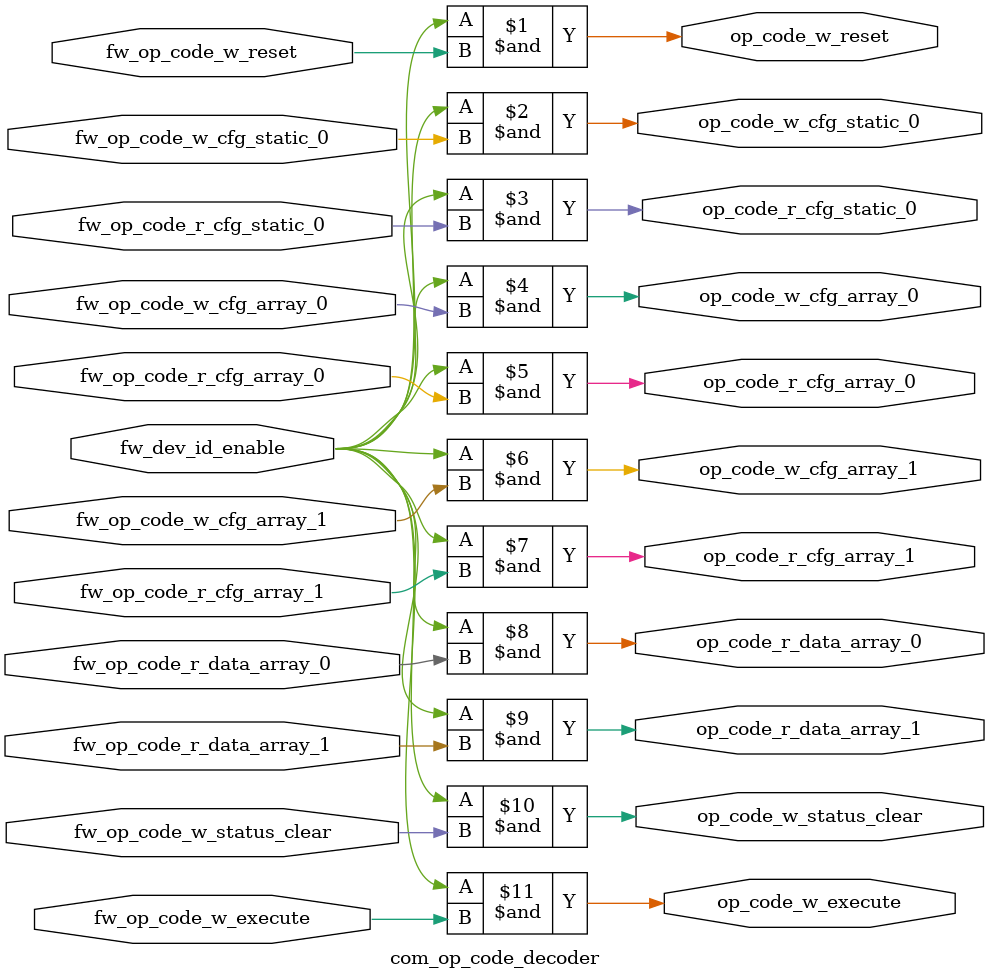
<source format=sv>
`ifndef __com_op_code_decoder__
`define __com_op_code_decoder__

`timescale 1 ns/ 1 ps

module com_op_code_decoder (
    input  logic fw_dev_id_enable,
    input  logic fw_op_code_w_reset,
    input  logic fw_op_code_w_cfg_static_0,
    input  logic fw_op_code_r_cfg_static_0,
    input  logic fw_op_code_w_cfg_array_0,
    input  logic fw_op_code_r_cfg_array_0,
    input  logic fw_op_code_w_cfg_array_1,
    input  logic fw_op_code_r_cfg_array_1,
    input  logic fw_op_code_r_data_array_0,
    input  logic fw_op_code_r_data_array_1,
    input  logic fw_op_code_w_status_clear,
    input  logic fw_op_code_w_execute,
    //
    output logic op_code_w_reset,
    output logic op_code_w_cfg_static_0,
    output logic op_code_r_cfg_static_0,
    output logic op_code_w_cfg_array_0,
    output logic op_code_r_cfg_array_0,
    output logic op_code_w_cfg_array_1,
    output logic op_code_r_cfg_array_1,
    output logic op_code_r_data_array_0,
    output logic op_code_r_data_array_1,
    output logic op_code_w_status_clear,
    output logic op_code_w_execute
  );

  assign op_code_w_reset          = fw_dev_id_enable & fw_op_code_w_reset;
  assign op_code_w_cfg_static_0   = fw_dev_id_enable & fw_op_code_w_cfg_static_0;
  assign op_code_r_cfg_static_0   = fw_dev_id_enable & fw_op_code_r_cfg_static_0;
  assign op_code_w_cfg_array_0    = fw_dev_id_enable & fw_op_code_w_cfg_array_0;
  assign op_code_r_cfg_array_0    = fw_dev_id_enable & fw_op_code_r_cfg_array_0;
  assign op_code_w_cfg_array_1    = fw_dev_id_enable & fw_op_code_w_cfg_array_1;
  assign op_code_r_cfg_array_1    = fw_dev_id_enable & fw_op_code_r_cfg_array_1;
  assign op_code_r_data_array_0   = fw_dev_id_enable & fw_op_code_r_data_array_0;
  assign op_code_r_data_array_1   = fw_dev_id_enable & fw_op_code_r_data_array_1;
  assign op_code_w_status_clear   = fw_dev_id_enable & fw_op_code_w_status_clear;
  assign op_code_w_execute        = fw_dev_id_enable & fw_op_code_w_execute;

endmodule

`endif

</source>
